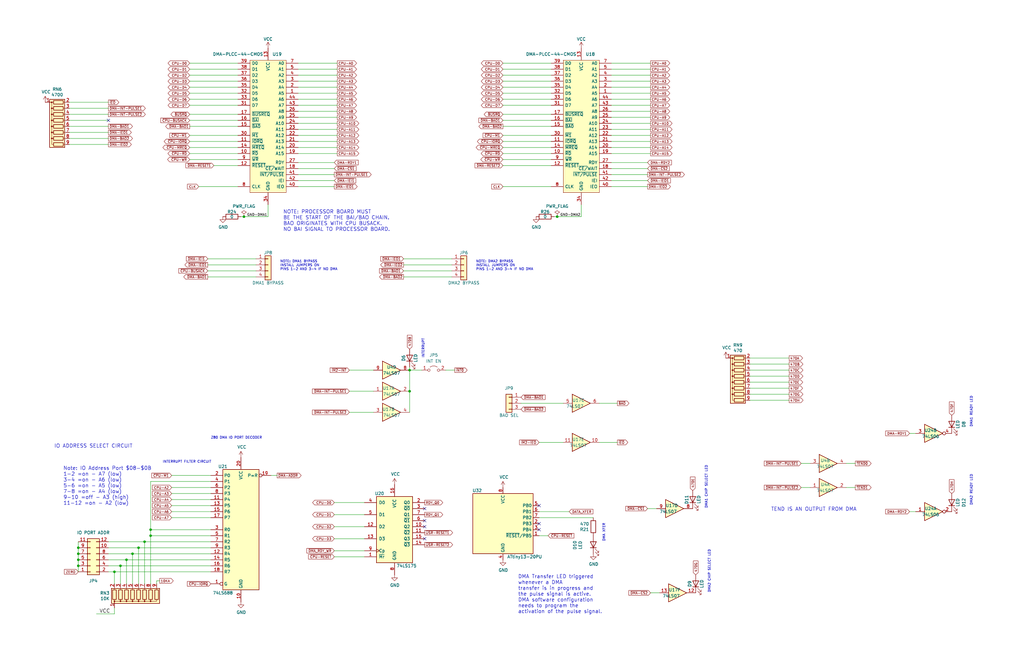
<source format=kicad_sch>
(kicad_sch (version 20211123) (generator eeschema)
  (paper "B")
  (junction (at 33.02 238.76))
  (junction (at 102.87 91.44))
  (junction (at 60.96 228.6))
  (junction (at 55.88 233.68))
  (junction (at 58.42 231.14))
  (junction (at 172.72 156.21))
  (junction (at 33.02 236.22))
  (junction (at 48.26 241.3))
  (junction (at 50.8 238.76))
  (junction (at 63.5 223.52))
  (junction (at 234.95 91.44))
  (junction (at 33.02 233.68))
  (junction (at 63.5 226.06))
  (junction (at 53.34 236.22))
  (junction (at 33.02 231.14))
  (junction (at 172.72 165.1))
  (no_connect (at 227.33 223.52))
  (no_connect (at 227.33 213.36))
  (no_connect (at 45.72 50.8))
  (no_connect (at 179.07 219.71))
  (no_connect (at 179.07 214.63))
  (no_connect (at 179.07 227.33))
  (no_connect (at 227.33 220.98))
  (no_connect (at 179.07 222.25))
  (wire (pts (xy 58.42 231.14) (xy 88.9 231.14)))
  (wire (pts (xy 125.73 49.53) (xy 142.24 49.53)))
  (wire (pts (xy 257.81 78.74) (xy 273.05 78.74)))
  (wire (pts (xy 212.09 64.77) (xy 232.41 64.77)))
  (wire (pts (xy 140.97 227.33) (xy 153.67 227.33)))
  (wire (pts (xy 212.09 53.34) (xy 232.41 53.34)))
  (wire (pts (xy 212.09 62.23) (xy 232.41 62.23)))
  (wire (pts (xy 66.04 245.11) (xy 66.04 246.38)))
  (wire (pts (xy 80.01 50.8) (xy 100.33 50.8)))
  (wire (pts (xy 257.81 41.91) (xy 274.32 41.91)))
  (wire (pts (xy 45.72 238.76) (xy 50.8 238.76)))
  (wire (pts (xy 125.73 62.23) (xy 142.24 62.23)))
  (wire (pts (xy 170.18 116.84) (xy 190.5 116.84)))
  (wire (pts (xy 45.72 241.3) (xy 48.26 241.3)))
  (wire (pts (xy 33.02 236.22) (xy 33.02 238.76)))
  (wire (pts (xy 257.81 73.66) (xy 273.05 73.66)))
  (wire (pts (xy 212.09 69.85) (xy 232.41 69.85)))
  (wire (pts (xy 257.81 26.67) (xy 274.32 26.67)))
  (wire (pts (xy 257.81 52.07) (xy 274.32 52.07)))
  (wire (pts (xy 125.73 41.91) (xy 142.24 41.91)))
  (wire (pts (xy 80.01 48.26) (xy 100.33 48.26)))
  (wire (pts (xy 87.63 109.22) (xy 107.95 109.22)))
  (wire (pts (xy 125.73 31.75) (xy 142.24 31.75)))
  (wire (pts (xy 172.72 156.21) (xy 172.72 154.94)))
  (wire (pts (xy 125.73 68.58) (xy 140.97 68.58)))
  (wire (pts (xy 125.73 64.77) (xy 142.24 64.77)))
  (wire (pts (xy 257.81 64.77) (xy 274.32 64.77)))
  (wire (pts (xy 125.73 44.45) (xy 142.24 44.45)))
  (wire (pts (xy 33.02 231.14) (xy 33.02 228.6)))
  (wire (pts (xy 212.09 44.45) (xy 232.41 44.45)))
  (wire (pts (xy 48.26 246.38) (xy 48.26 241.3)))
  (wire (pts (xy 50.8 238.76) (xy 88.9 238.76)))
  (wire (pts (xy 274.32 250.19) (xy 278.13 250.19)))
  (wire (pts (xy 45.72 231.14) (xy 58.42 231.14)))
  (wire (pts (xy 383.54 215.9) (xy 386.08 215.9)))
  (wire (pts (xy 50.8 246.38) (xy 50.8 238.76)))
  (wire (pts (xy 80.01 34.29) (xy 100.33 34.29)))
  (wire (pts (xy 80.01 31.75) (xy 100.33 31.75)))
  (wire (pts (xy 72.39 218.44) (xy 88.9 218.44)))
  (wire (pts (xy 80.01 26.67) (xy 100.33 26.67)))
  (wire (pts (xy 147.32 173.99) (xy 157.48 173.99)))
  (wire (pts (xy 53.34 246.38) (xy 53.34 236.22)))
  (wire (pts (xy 140.97 232.41) (xy 153.67 232.41)))
  (wire (pts (xy 125.73 59.69) (xy 142.24 59.69)))
  (wire (pts (xy 257.81 68.58) (xy 273.05 68.58)))
  (wire (pts (xy 212.09 26.67) (xy 232.41 26.67)))
  (wire (pts (xy 212.09 78.74) (xy 232.41 78.74)))
  (wire (pts (xy 80.01 67.31) (xy 100.33 67.31)))
  (wire (pts (xy 212.09 39.37) (xy 232.41 39.37)))
  (wire (pts (xy 63.5 246.38) (xy 63.5 226.06)))
  (wire (pts (xy 100.33 59.69) (xy 80.01 59.69)))
  (wire (pts (xy 172.72 165.1) (xy 172.72 173.99)))
  (wire (pts (xy 125.73 46.99) (xy 142.24 46.99)))
  (wire (pts (xy 219.71 170.18) (xy 237.49 170.18)))
  (wire (pts (xy 245.11 91.44) (xy 234.95 91.44)))
  (wire (pts (xy 48.26 259.08) (xy 48.26 256.54)))
  (wire (pts (xy 60.96 228.6) (xy 45.72 228.6)))
  (wire (pts (xy 273.05 214.63) (xy 276.86 214.63)))
  (wire (pts (xy 80.01 41.91) (xy 100.33 41.91)))
  (wire (pts (xy 63.5 226.06) (xy 88.9 226.06)))
  (wire (pts (xy 260.35 186.69) (xy 252.73 186.69)))
  (wire (pts (xy 29.21 43.18) (xy 45.72 43.18)))
  (wire (pts (xy 252.73 170.18) (xy 260.35 170.18)))
  (wire (pts (xy 48.26 241.3) (xy 88.9 241.3)))
  (wire (pts (xy 55.88 246.38) (xy 55.88 233.68)))
  (wire (pts (xy 257.81 59.69) (xy 274.32 59.69)))
  (wire (pts (xy 113.03 91.44) (xy 102.87 91.44)))
  (wire (pts (xy 140.97 217.17) (xy 153.67 217.17)))
  (wire (pts (xy 33.02 233.68) (xy 33.02 231.14)))
  (wire (pts (xy 125.73 29.21) (xy 142.24 29.21)))
  (wire (pts (xy 45.72 233.68) (xy 55.88 233.68)))
  (wire (pts (xy 212.09 41.91) (xy 232.41 41.91)))
  (wire (pts (xy 87.63 116.84) (xy 107.95 116.84)))
  (wire (pts (xy 212.09 50.8) (xy 232.41 50.8)))
  (wire (pts (xy 45.72 236.22) (xy 53.34 236.22)))
  (wire (pts (xy 257.81 49.53) (xy 274.32 49.53)))
  (wire (pts (xy 231.14 226.06) (xy 227.33 226.06)))
  (wire (pts (xy 125.73 26.67) (xy 142.24 26.67)))
  (wire (pts (xy 234.95 91.44) (xy 233.68 91.44)))
  (wire (pts (xy 232.41 59.69) (xy 212.09 59.69)))
  (wire (pts (xy 63.5 223.52) (xy 63.5 226.06)))
  (wire (pts (xy 316.23 166.37) (xy 332.74 166.37)))
  (wire (pts (xy 227.33 218.44) (xy 250.19 218.44)))
  (wire (pts (xy 257.81 71.12) (xy 273.05 71.12)))
  (wire (pts (xy 212.09 36.83) (xy 232.41 36.83)))
  (wire (pts (xy 72.39 200.66) (xy 88.9 200.66)))
  (wire (pts (xy 66.04 245.11) (xy 67.31 245.11)))
  (wire (pts (xy 29.21 45.72) (xy 45.72 45.72)))
  (wire (pts (xy 177.8 156.21) (xy 172.72 156.21)))
  (wire (pts (xy 72.39 210.82) (xy 88.9 210.82)))
  (wire (pts (xy 157.48 156.21) (xy 147.32 156.21)))
  (wire (pts (xy 125.73 73.66) (xy 140.97 73.66)))
  (wire (pts (xy 80.01 36.83) (xy 100.33 36.83)))
  (wire (pts (xy 80.01 62.23) (xy 100.33 62.23)))
  (wire (pts (xy 227.33 186.69) (xy 237.49 186.69)))
  (wire (pts (xy 80.01 64.77) (xy 100.33 64.77)))
  (wire (pts (xy 60.96 246.38) (xy 60.96 228.6)))
  (wire (pts (xy 356.87 195.58) (xy 360.68 195.58)))
  (wire (pts (xy 212.09 48.26) (xy 232.41 48.26)))
  (wire (pts (xy 33.02 233.68) (xy 33.02 236.22)))
  (wire (pts (xy 29.21 48.26) (xy 45.72 48.26)))
  (wire (pts (xy 80.01 44.45) (xy 100.33 44.45)))
  (wire (pts (xy 316.23 158.75) (xy 332.74 158.75)))
  (wire (pts (xy 29.21 60.96) (xy 45.72 60.96)))
  (wire (pts (xy 257.81 54.61) (xy 274.32 54.61)))
  (wire (pts (xy 125.73 52.07) (xy 142.24 52.07)))
  (wire (pts (xy 29.21 50.8) (xy 45.72 50.8)))
  (wire (pts (xy 227.33 215.9) (xy 240.03 215.9)))
  (wire (pts (xy 257.81 57.15) (xy 274.32 57.15)))
  (wire (pts (xy 257.81 46.99) (xy 274.32 46.99)))
  (wire (pts (xy 29.21 58.42) (xy 45.72 58.42)))
  (wire (pts (xy 60.96 228.6) (xy 88.9 228.6)))
  (wire (pts (xy 170.18 111.76) (xy 190.5 111.76)))
  (wire (pts (xy 125.73 39.37) (xy 142.24 39.37)))
  (wire (pts (xy 140.97 234.95) (xy 153.67 234.95)))
  (wire (pts (xy 212.09 31.75) (xy 232.41 31.75)))
  (wire (pts (xy 316.23 153.67) (xy 332.74 153.67)))
  (wire (pts (xy 257.81 39.37) (xy 274.32 39.37)))
  (wire (pts (xy 72.39 205.74) (xy 88.9 205.74)))
  (wire (pts (xy 72.39 215.9) (xy 88.9 215.9)))
  (wire (pts (xy 80.01 29.21) (xy 100.33 29.21)))
  (wire (pts (xy 212.09 34.29) (xy 232.41 34.29)))
  (wire (pts (xy 125.73 54.61) (xy 142.24 54.61)))
  (wire (pts (xy 212.09 67.31) (xy 232.41 67.31)))
  (wire (pts (xy 125.73 78.74) (xy 140.97 78.74)))
  (wire (pts (xy 40.64 259.08) (xy 48.26 259.08)))
  (wire (pts (xy 140.97 212.09) (xy 153.67 212.09)))
  (wire (pts (xy 125.73 57.15) (xy 142.24 57.15)))
  (wire (pts (xy 147.32 165.1) (xy 157.48 165.1)))
  (wire (pts (xy 245.11 86.36) (xy 245.11 91.44)))
  (wire (pts (xy 140.97 222.25) (xy 153.67 222.25)))
  (wire (pts (xy 114.3 200.66) (xy 116.84 200.66)))
  (wire (pts (xy 257.81 36.83) (xy 274.32 36.83)))
  (wire (pts (xy 102.87 91.44) (xy 101.6 91.44)))
  (wire (pts (xy 29.21 53.34) (xy 45.72 53.34)))
  (wire (pts (xy 337.82 195.58) (xy 341.63 195.58)))
  (wire (pts (xy 72.39 208.28) (xy 88.9 208.28)))
  (wire (pts (xy 316.23 163.83) (xy 332.74 163.83)))
  (wire (pts (xy 257.81 76.2) (xy 273.05 76.2)))
  (wire (pts (xy 170.18 114.3) (xy 190.5 114.3)))
  (wire (pts (xy 100.33 57.15) (xy 80.01 57.15)))
  (wire (pts (xy 125.73 71.12) (xy 140.97 71.12)))
  (wire (pts (xy 80.01 53.34) (xy 100.33 53.34)))
  (wire (pts (xy 316.23 151.13) (xy 332.74 151.13)))
  (wire (pts (xy 257.81 62.23) (xy 274.32 62.23)))
  (wire (pts (xy 316.23 168.91) (xy 332.74 168.91)))
  (wire (pts (xy 172.72 156.21) (xy 172.72 165.1)))
  (wire (pts (xy 316.23 156.21) (xy 332.74 156.21)))
  (wire (pts (xy 125.73 36.83) (xy 142.24 36.83)))
  (wire (pts (xy 257.81 44.45) (xy 274.32 44.45)))
  (wire (pts (xy 90.17 69.85) (xy 100.33 69.85)))
  (wire (pts (xy 187.96 156.21) (xy 191.77 156.21)))
  (wire (pts (xy 356.87 205.74) (xy 360.68 205.74)))
  (wire (pts (xy 83.82 78.74) (xy 100.33 78.74)))
  (wire (pts (xy 55.88 233.68) (xy 88.9 233.68)))
  (wire (pts (xy 87.63 111.76) (xy 107.95 111.76)))
  (wire (pts (xy 53.34 236.22) (xy 88.9 236.22)))
  (wire (pts (xy 257.81 29.21) (xy 274.32 29.21)))
  (wire (pts (xy 257.81 31.75) (xy 274.32 31.75)))
  (wire (pts (xy 113.03 86.36) (xy 113.03 91.44)))
  (wire (pts (xy 58.42 246.38) (xy 58.42 231.14)))
  (wire (pts (xy 212.09 29.21) (xy 232.41 29.21)))
  (wire (pts (xy 383.54 182.88) (xy 386.08 182.88)))
  (wire (pts (xy 316.23 161.29) (xy 332.74 161.29)))
  (wire (pts (xy 337.82 205.74) (xy 341.63 205.74)))
  (wire (pts (xy 232.41 57.15) (xy 212.09 57.15)))
  (wire (pts (xy 29.21 55.88) (xy 45.72 55.88)))
  (wire (pts (xy 80.01 39.37) (xy 100.33 39.37)))
  (wire (pts (xy 63.5 203.2) (xy 63.5 223.52)))
  (wire (pts (xy 87.63 114.3) (xy 107.95 114.3)))
  (wire (pts (xy 170.18 109.22) (xy 190.5 109.22)))
  (wire (pts (xy 125.73 34.29) (xy 142.24 34.29)))
  (wire (pts (xy 63.5 223.52) (xy 88.9 223.52)))
  (wire (pts (xy 33.02 238.76) (xy 33.02 241.3)))
  (wire (pts (xy 72.39 213.36) (xy 88.9 213.36)))
  (wire (pts (xy 125.73 76.2) (xy 140.97 76.2)))
  (wire (pts (xy 63.5 203.2) (xy 88.9 203.2)))
  (wire (pts (xy 257.81 34.29) (xy 274.32 34.29)))
  (text "INTERRUPT" (at 179.07 151.13 90) (effects (font (size 1.016 1.016)) (justify left bottom)))
  (text "DMA1 READY LED" (at 410.21 180.34 90) (effects (font (size 1.016 1.016)) (justify left bottom)))
  (text "NOTE: DMA2 BYPASS\nINSTALL JUMPERS ON\nPINS 1-2 AND 3-4 IF NO DMA" (at 200.66 114.3 0) (effects (font (size 1.016 1.016)) (justify left bottom)))
  (text "NOTE: DMA1 BYPASS\nINSTALL JUMPERS ON\nPINS 1-2 AND 3-4 IF NO DMA" (at 118.11 114.3 0) (effects (font (size 1.016 1.016)) (justify left bottom)))
  (text "IO ADDRESS SELECT CIRCUIT" (at 22.86 189.23 0) (effects (font (size 1.524 1.524)) (justify left bottom)))
  (text "DMA Transfer LED triggered \nwhenever a DMA\ntransfer is in progress and\nthe pulse signal is active.\nDMA software configuration\nneeds to program the\nactivation of the pulse signal." (at 218.44 259.08 0) (effects (font (size 1.524 1.524)) (justify left bottom)))
  (text "DMA1 CHIP SELECT LED" (at 298.45 214.63 90) (effects (font (size 1.016 1.016)) (justify left bottom)))
  (text "DMA XFER" (at 255.27 228.6 90) (effects (font (size 1.016 1.016)) (justify left bottom)))
  (text "INTERRUPT FILTER CIRCUIT" (at 68.58 195.58 0) (effects (font (size 1.016 1.016)) (justify left bottom)))
  (text "DMA2 READY LED" (at 410.21 213.36 90) (effects (font (size 1.016 1.016)) (justify left bottom)))
  (text "DMA2 CHIP SELECT LED" (at 299.72 250.19 90) (effects (font (size 1.016 1.016)) (justify left bottom)))
  (text "TEND IS AN OUTPUT FROM DMA" (at 325.12 215.9 0) (effects (font (size 1.524 1.524)) (justify left bottom)))
  (text "NOTE: PROCESSOR BOARD MUST\nBE THE START OF THE BAI/BAO CHAIN.\nBAO ORIGINATES WITH CPU BUSACK.\nNO BAI SIGNAL TO PROCESSOR BOARD." (at 119.38 97.79 0) (effects (font (size 1.524 1.524)) (justify left bottom)))
  (text "Z80 DMA IO PORT DECODER\n" (at 88.9 185.42 0) (effects (font (size 1.016 1.016)) (justify left bottom)))
  (text "Note: IO Address Port $08-$0B\n1-2 =on - A7 (low)\n3-4 =on - A6 (low)\n5-6 =on - A5 (low)\n7-8 =on - A4 (low)\n9-10 =off - A3 (high)\n11-12 =on - A2 (low)" (at 26.67 213.36 0) (effects (font (size 1.524 1.524)) (justify left bottom)))
  (label "VCC" (at 41.91 259.08 0) (effects (font (size 1.524 1.524))))
  (label "GND-DMA2" (at 236.22 91.44 0) (effects (font (size 1.016 1.016))))
  (label "GND-DMA1" (at 104.14 91.44 0) (effects (font (size 1.016 1.016))))
  (global_label "CPU-A3" (shape output) (at 274.32 34.29 0) (effects (font (size 1.016 1.016))) (property "Intersheet References" "${INTERSHEET_REFS}" (effects hide)))
  (global_label "DMA-RDY1" (shape input) (at 383.54 182.88 180) (effects (font (size 1.016 1.016))) (property "Intersheet References" "${INTERSHEET_REFS}" (effects hide)))
  (global_label "~{IEO}" (shape output) (at 260.35 186.69 0) (effects (font (size 1.016 1.016))) (property "Intersheet References" "${INTERSHEET_REFS}" (effects hide)))
  (global_label "~{DMA-BAO1}" (shape input) (at 212.09 50.8 180) (effects (font (size 1.016 1.016))) (property "Intersheet References" "${INTERSHEET_REFS}" (effects hide)))
  (global_label "CPU-A2" (shape output) (at 274.32 31.75 0) (effects (font (size 1.016 1.016))) (property "Intersheet References" "${INTERSHEET_REFS}" (effects hide)))
  (global_label "~{BUSRQ}" (shape bidirectional) (at 80.01 48.26 180) (effects (font (size 1.016 1.016))) (property "Intersheet References" "${INTERSHEET_REFS}" (effects hide)))
  (global_label "DMA-RDY2" (shape input) (at 273.05 68.58 0) (effects (font (size 1.016 1.016))) (property "Intersheet References" "${INTERSHEET_REFS}" (effects hide)))
  (global_label "CPU-A12" (shape output) (at 142.24 57.15 0) (effects (font (size 1.016 1.016))) (property "Intersheet References" "${INTERSHEET_REFS}" (effects hide)))
  (global_label "~{DMA-IEO1}" (shape input) (at 170.18 109.22 180) (effects (font (size 1.016 1.016))) (property "Intersheet References" "${INTERSHEET_REFS}" (effects hide)))
  (global_label "~{CPU-M1}" (shape input) (at 212.09 57.15 180) (effects (font (size 1.016 1.016))) (property "Intersheet References" "${INTERSHEET_REFS}" (effects hide)))
  (global_label "~{CPU-IORQ}" (shape bidirectional) (at 212.09 59.69 180) (effects (font (size 1.016 1.016))) (property "Intersheet References" "${INTERSHEET_REFS}" (effects hide)))
  (global_label "CPU-D2" (shape bidirectional) (at 140.97 222.25 180) (effects (font (size 1.016 1.016))) (property "Intersheet References" "${INTERSHEET_REFS}" (effects hide)))
  (global_label "470F" (shape output) (at 332.74 163.83 0) (effects (font (size 1.016 1.016))) (property "Intersheet References" "${INTERSHEET_REFS}" (effects hide)))
  (global_label "470A" (shape output) (at 332.74 151.13 0) (effects (font (size 1.016 1.016))) (property "Intersheet References" "${INTERSHEET_REFS}" (effects hide)))
  (global_label "~{DMA-CS2}" (shape input) (at 274.32 250.19 180) (effects (font (size 1.016 1.016))) (property "Intersheet References" "${INTERSHEET_REFS}" (effects hide)))
  (global_label "CPU-D1" (shape bidirectional) (at 212.09 29.21 180) (effects (font (size 1.016 1.016))) (property "Intersheet References" "${INTERSHEET_REFS}" (effects hide)))
  (global_label "CPU-A3" (shape input) (at 72.39 208.28 180) (effects (font (size 1.016 1.016))) (property "Intersheet References" "${INTERSHEET_REFS}" (effects hide)))
  (global_label "~{CPU-RD}" (shape bidirectional) (at 212.09 64.77 180) (effects (font (size 1.016 1.016))) (property "Intersheet References" "${INTERSHEET_REFS}" (effects hide)))
  (global_label "~{IM2-INT}" (shape input) (at 147.32 156.21 180) (effects (font (size 1.016 1.016))) (property "Intersheet References" "${INTERSHEET_REFS}" (effects hide)))
  (global_label "470E" (shape output) (at 332.74 161.29 0) (effects (font (size 1.016 1.016))) (property "Intersheet References" "${INTERSHEET_REFS}" (effects hide)))
  (global_label "~{DMA-CS1}" (shape input) (at 273.05 214.63 180) (effects (font (size 1.016 1.016))) (property "Intersheet References" "${INTERSHEET_REFS}" (effects hide)))
  (global_label "CPU-A6" (shape output) (at 274.32 41.91 0) (effects (font (size 1.016 1.016))) (property "Intersheet References" "${INTERSHEET_REFS}" (effects hide)))
  (global_label "CPU-A8" (shape output) (at 274.32 46.99 0) (effects (font (size 1.016 1.016))) (property "Intersheet References" "${INTERSHEET_REFS}" (effects hide)))
  (global_label "~{TEND1}" (shape output) (at 360.68 205.74 0) (effects (font (size 1.016 1.016))) (property "Intersheet References" "${INTERSHEET_REFS}" (effects hide)))
  (global_label "~{DMA-INT-PULSE1}" (shape input) (at 337.82 195.58 180) (effects (font (size 1.016 1.016))) (property "Intersheet References" "${INTERSHEET_REFS}" (effects hide)))
  (global_label "~{CPU-RD}" (shape bidirectional) (at 80.01 64.77 180) (effects (font (size 1.016 1.016))) (property "Intersheet References" "${INTERSHEET_REFS}" (effects hide)))
  (global_label "CPU-A4" (shape output) (at 274.32 36.83 0) (effects (font (size 1.016 1.016))) (property "Intersheet References" "${INTERSHEET_REFS}" (effects hide)))
  (global_label "CPU-D1" (shape bidirectional) (at 80.01 29.21 180) (effects (font (size 1.016 1.016))) (property "Intersheet References" "${INTERSHEET_REFS}" (effects hide)))
  (global_label "CPU-A8" (shape output) (at 142.24 46.99 0) (effects (font (size 1.016 1.016))) (property "Intersheet References" "${INTERSHEET_REFS}" (effects hide)))
  (global_label "~{DMA-BAO2}" (shape output) (at 45.72 58.42 0) (effects (font (size 1.016 1.016))) (property "Intersheet References" "${INTERSHEET_REFS}" (effects hide)))
  (global_label "ZERO" (shape input) (at 33.02 241.3 180) (effects (font (size 1.016 1.016))) (property "Intersheet References" "${INTERSHEET_REFS}" (effects hide)))
  (global_label "~{DMA-INT-PULSE2}" (shape input) (at 147.32 173.99 180) (effects (font (size 1.016 1.016))) (property "Intersheet References" "${INTERSHEET_REFS}" (effects hide)))
  (global_label "CPU-A10" (shape output) (at 274.32 52.07 0) (effects (font (size 1.016 1.016))) (property "Intersheet References" "${INTERSHEET_REFS}" (effects hide)))
  (global_label "~{IEO}" (shape output) (at 45.72 43.18 0) (effects (font (size 1.016 1.016))) (property "Intersheet References" "${INTERSHEET_REFS}" (effects hide)))
  (global_label "CPU-A5" (shape output) (at 142.24 39.37 0) (effects (font (size 1.016 1.016))) (property "Intersheet References" "${INTERSHEET_REFS}" (effects hide)))
  (global_label "~{CPU-M1}" (shape input) (at 80.01 57.15 180) (effects (font (size 1.016 1.016))) (property "Intersheet References" "${INTERSHEET_REFS}" (effects hide)))
  (global_label "CPU-A3" (shape output) (at 142.24 34.29 0) (effects (font (size 1.016 1.016))) (property "Intersheet References" "${INTERSHEET_REFS}" (effects hide)))
  (global_label "~{DMA-CS2}" (shape input) (at 273.05 71.12 0) (effects (font (size 1.016 1.016))) (property "Intersheet References" "${INTERSHEET_REFS}" (effects hide)))
  (global_label "~{DMA-BAO2}" (shape input) (at 219.71 172.72 0) (effects (font (size 1.016 1.016))) (property "Intersheet References" "${INTERSHEET_REFS}" (effects hide)))
  (global_label "CPU-D0" (shape bidirectional) (at 140.97 212.09 180) (effects (font (size 1.016 1.016))) (property "Intersheet References" "${INTERSHEET_REFS}" (effects hide)))
  (global_label "470B" (shape output) (at 332.74 153.67 0) (effects (font (size 1.016 1.016))) (property "Intersheet References" "${INTERSHEET_REFS}" (effects hide)))
  (global_label "CPU-A1" (shape output) (at 142.24 29.21 0) (effects (font (size 1.016 1.016))) (property "Intersheet References" "${INTERSHEET_REFS}" (effects hide)))
  (global_label "~{DMA-IEO1}" (shape output) (at 140.97 78.74 0) (effects (font (size 1.016 1.016))) (property "Intersheet References" "${INTERSHEET_REFS}" (effects hide)))
  (global_label "CPU-A1" (shape output) (at 274.32 29.21 0) (effects (font (size 1.016 1.016))) (property "Intersheet References" "${INTERSHEET_REFS}" (effects hide)))
  (global_label "DATA_XFER" (shape input) (at 240.03 215.9 0) (effects (font (size 1.016 1.016))) (property "Intersheet References" "${INTERSHEET_REFS}" (effects hide)))
  (global_label "~{CPU-IORQ}" (shape bidirectional) (at 80.01 59.69 180) (effects (font (size 1.016 1.016))) (property "Intersheet References" "${INTERSHEET_REFS}" (effects hide)))
  (global_label "DMA-RDY2" (shape input) (at 383.54 215.9 180) (effects (font (size 1.016 1.016))) (property "Intersheet References" "${INTERSHEET_REFS}" (effects hide)))
  (global_label "CPU-A11" (shape output) (at 142.24 54.61 0) (effects (font (size 1.016 1.016))) (property "Intersheet References" "${INTERSHEET_REFS}" (effects hide)))
  (global_label "CPU-D4" (shape bidirectional) (at 212.09 36.83 180) (effects (font (size 1.016 1.016))) (property "Intersheet References" "${INTERSHEET_REFS}" (effects hide)))
  (global_label "CPU-A2" (shape output) (at 142.24 31.75 0) (effects (font (size 1.016 1.016))) (property "Intersheet References" "${INTERSHEET_REFS}" (effects hide)))
  (global_label "RDY_Q0" (shape output) (at 179.07 212.09 0) (effects (font (size 1.016 1.016))) (property "Intersheet References" "${INTERSHEET_REFS}" (effects hide)))
  (global_label "~{CPU-BUSACK}" (shape input) (at 87.63 114.3 180) (effects (font (size 1.016 1.016))) (property "Intersheet References" "${INTERSHEET_REFS}" (effects hide)))
  (global_label "CPU-D0" (shape bidirectional) (at 80.01 26.67 180) (effects (font (size 1.016 1.016))) (property "Intersheet References" "${INTERSHEET_REFS}" (effects hide)))
  (global_label "~{USR-RESET1}" (shape output) (at 179.07 224.79 0) (effects (font (size 1.016 1.016))) (property "Intersheet References" "${INTERSHEET_REFS}" (effects hide)))
  (global_label "CPU-D3" (shape bidirectional) (at 212.09 34.29 180) (effects (font (size 1.016 1.016))) (property "Intersheet References" "${INTERSHEET_REFS}" (effects hide)))
  (global_label "~{BUSRQ}" (shape bidirectional) (at 212.09 48.26 180) (effects (font (size 1.016 1.016))) (property "Intersheet References" "${INTERSHEET_REFS}" (effects hide)))
  (global_label "CPU-A14" (shape output) (at 274.32 62.23 0) (effects (font (size 1.016 1.016))) (property "Intersheet References" "${INTERSHEET_REFS}" (effects hide)))
  (global_label "~{DMA-RESET1}" (shape input) (at 90.17 69.85 180) (effects (font (size 1.016 1.016))) (property "Intersheet References" "${INTERSHEET_REFS}" (effects hide)))
  (global_label "~{CPU-MREQ}" (shape bidirectional) (at 212.09 62.23 180) (effects (font (size 1.016 1.016))) (property "Intersheet References" "${INTERSHEET_REFS}" (effects hide)))
  (global_label "CPU-A9" (shape output) (at 274.32 49.53 0) (effects (font (size 1.016 1.016))) (property "Intersheet References" "${INTERSHEET_REFS}" (effects hide)))
  (global_label "~{CPU-IORQ}" (shape input) (at 88.9 246.38 180) (effects (font (size 1.016 1.016))) (property "Intersheet References" "${INTERSHEET_REFS}" (effects hide)))
  (global_label "~{DMA-BAO1}" (shape output) (at 80.01 53.34 180) (effects (font (size 1.016 1.016))) (property "Intersheet References" "${INTERSHEET_REFS}" (effects hide)))
  (global_label "CPU-A15" (shape output) (at 142.24 64.77 0) (effects (font (size 1.016 1.016))) (property "Intersheet References" "${INTERSHEET_REFS}" (effects hide)))
  (global_label "~{DMA-IEO2}" (shape output) (at 170.18 111.76 180) (effects (font (size 1.016 1.016))) (property "Intersheet References" "${INTERSHEET_REFS}" (effects hide)))
  (global_label "CPU-A12" (shape output) (at 274.32 57.15 0) (effects (font (size 1.016 1.016))) (property "Intersheet References" "${INTERSHEET_REFS}" (effects hide)))
  (global_label "CPU-A7" (shape output) (at 142.24 44.45 0) (effects (font (size 1.016 1.016))) (property "Intersheet References" "${INTERSHEET_REFS}" (effects hide)))
  (global_label "470D" (shape output) (at 332.74 158.75 0) (effects (font (size 1.016 1.016))) (property "Intersheet References" "${INTERSHEET_REFS}" (effects hide)))
  (global_label "CPU-D6" (shape bidirectional) (at 80.01 41.91 180) (effects (font (size 1.016 1.016))) (property "Intersheet References" "${INTERSHEET_REFS}" (effects hide)))
  (global_label "~{BAO}" (shape output) (at 260.35 170.18 0) (effects (font (size 1.016 1.016))) (property "Intersheet References" "${INTERSHEET_REFS}" (effects hide)))
  (global_label "CPU-A15" (shape output) (at 274.32 64.77 0) (effects (font (size 1.016 1.016))) (property "Intersheet References" "${INTERSHEET_REFS}" (effects hide)))
  (global_label "~{DMA-BAO1}" (shape output) (at 87.63 116.84 180) (effects (font (size 1.016 1.016))) (property "Intersheet References" "${INTERSHEET_REFS}" (effects hide)))
  (global_label "470G" (shape output) (at 332.74 166.37 0) (effects (font (size 1.016 1.016))) (property "Intersheet References" "${INTERSHEET_REFS}" (effects hide)))
  (global_label "~{CPU-WR}" (shape bidirectional) (at 212.09 67.31 180) (effects (font (size 1.016 1.016))) (property "Intersheet References" "${INTERSHEET_REFS}" (effects hide)))
  (global_label "~{DMA-BAO2}" (shape output) (at 212.09 53.34 180) (effects (font (size 1.016 1.016))) (property "Intersheet References" "${INTERSHEET_REFS}" (effects hide)))
  (global_label "RDY_Q1" (shape output) (at 179.07 217.17 0) (effects (font (size 1.016 1.016))) (property "Intersheet References" "${INTERSHEET_REFS}" (effects hide)))
  (global_label "~{CPU-M1}" (shape input) (at 72.39 200.66 180) (effects (font (size 1.016 1.016))) (property "Intersheet References" "${INTERSHEET_REFS}" (effects hide)))
  (global_label "CPU-A6" (shape input) (at 72.39 215.9 180) (effects (font (size 1.016 1.016))) (property "Intersheet References" "${INTERSHEET_REFS}" (effects hide)))
  (global_label "CPU-A10" (shape output) (at 142.24 52.07 0) (effects (font (size 1.016 1.016))) (property "Intersheet References" "${INTERSHEET_REFS}" (effects hide)))
  (global_label "~{DMA-IEO1}" (shape output) (at 45.72 55.88 0) (effects (font (size 1.016 1.016))) (property "Intersheet References" "${INTERSHEET_REFS}" (effects hide)))
  (global_label "~{DMA-BAO1}" (shape input) (at 170.18 114.3 180) (effects (font (size 1.016 1.016))) (property "Intersheet References" "${INTERSHEET_REFS}" (effects hide)))
  (global_label "470G" (shape input) (at 293.37 242.57 90) (effects (font (size 1.016 1.016))) (property "Intersheet References" "${INTERSHEET_REFS}" (effects hide)))
  (global_label "CPU-D6" (shape bidirectional) (at 212.09 41.91 180) (effects (font (size 1.016 1.016))) (property "Intersheet References" "${INTERSHEET_REFS}" (effects hide)))
  (global_label "470E" (shape input) (at 292.1 207.01 90) (effects (font (size 1.016 1.016))) (property "Intersheet References" "${INTERSHEET_REFS}" (effects hide)))
  (global_label "CPU-D7" (shape bidirectional) (at 212.09 44.45 180) (effects (font (size 1.016 1.016))) (property "Intersheet References" "${INTERSHEET_REFS}" (effects hide)))
  (global_label "~{TEND0}" (shape output) (at 360.68 195.58 0) (effects (font (size 1.016 1.016))) (property "Intersheet References" "${INTERSHEET_REFS}" (effects hide)))
  (global_label "CPU-A7" (shape output) (at 274.32 44.45 0) (effects (font (size 1.016 1.016))) (property "Intersheet References" "${INTERSHEET_REFS}" (effects hide)))
  (global_label "CPU-D3" (shape bidirectional) (at 80.01 34.29 180) (effects (font (size 1.016 1.016))) (property "Intersheet References" "${INTERSHEET_REFS}" (effects hide)))
  (global_label "CPU-D4" (shape bidirectional) (at 80.01 36.83 180) (effects (font (size 1.016 1.016))) (property "Intersheet References" "${INTERSHEET_REFS}" (effects hide)))
  (global_label "10KA" (shape output) (at 67.31 245.11 0) (effects (font (size 1.016 1.016))) (property "Intersheet References" "${INTERSHEET_REFS}" (effects hide)))
  (global_label "CPU-A11" (shape output) (at 274.32 54.61 0) (effects (font (size 1.016 1.016))) (property "Intersheet References" "${INTERSHEET_REFS}" (effects hide)))
  (global_label "CPU-D1" (shape bidirectional) (at 140.97 217.17 180) (effects (font (size 1.016 1.016))) (property "Intersheet References" "${INTERSHEET_REFS}" (effects hide)))
  (global_label "CPU-D5" (shape bidirectional) (at 212.09 39.37 180) (effects (font (size 1.016 1.016))) (property "Intersheet References" "${INTERSHEET_REFS}" (effects hide)))
  (global_label "~{INT0}" (shape output) (at 191.77 156.21 0) (effects (font (size 1.016 1.016))) (property "Intersheet References" "${INTERSHEET_REFS}" (effects hide)))
  (global_label "~{DMA-INT-PULSE2}" (shape output) (at 273.05 73.66 0) (effects (font (size 1.016 1.016))) (property "Intersheet References" "${INTERSHEET_REFS}" (effects hide)))
  (global_label "~{DMA-IEO2}" (shape output) (at 45.72 60.96 0) (effects (font (size 1.016 1.016))) (property "Intersheet References" "${INTERSHEET_REFS}" (effects hide)))
  (global_label "470F" (shape input) (at 401.32 175.26 90) (effects (font (size 1.016 1.016))) (property "Intersheet References" "${INTERSHEET_REFS}" (effects hide)))
  (global_label "CPU-D0" (shape bidirectional) (at 212.09 26.67 180) (effects (font (size 1.016 1.016))) (property "Intersheet References" "${INTERSHEET_REFS}" (effects hide)))
  (global_label "~{DMA-CS1}" (shape input) (at 140.97 71.12 0) (effects (font (size 1.016 1.016))) (property "Intersheet References" "${INTERSHEET_REFS}" (effects hide)))
  (global_label "~{DMA-INT-PULSE1}" (shape input) (at 147.32 165.1 180) (effects (font (size 1.016 1.016))) (property "Intersheet References" "${INTERSHEET_REFS}" (effects hide)))
  (global_label "~{IM2-IEO}" (shape input) (at 227.33 186.69 180) (effects (font (size 1.016 1.016))) (property "Intersheet References" "${INTERSHEET_REFS}" (effects hide)))
  (global_label "DMA-RDY1" (shape input) (at 140.97 68.58 0) (effects (font (size 1.016 1.016))) (property "Intersheet References" "${INTERSHEET_REFS}" (effects hide)))
  (global_label "~{DMA-IEO1}" (shape output) (at 87.63 111.76 180) (effects (font (size 1.016 1.016))) (property "Intersheet References" "${INTERSHEET_REFS}" (effects hide)))
  (global_label "470B" (shape input) (at 172.72 147.32 90) (effects (font (size 1.016 1.016))) (property "Intersheet References" "${INTERSHEET_REFS}" (effects hide)))
  (global_label "CPU-A0" (shape output) (at 274.32 26.67 0) (effects (font (size 1.016 1.016))) (property "Intersheet References" "${INTERSHEET_REFS}" (effects hide)))
  (global_label "~{CPU-RESET}" (shape input) (at 231.14 226.06 0) (effects (font (size 1.016 1.016))) (property "Intersheet References" "${INTERSHEET_REFS}" (effects hide)))
  (global_label "~{DMA-INT-PULSE2}" (shape input) (at 337.82 205.74 180) (effects (font (size 1.016 1.016))) (property "Intersheet References" "${INTERSHEET_REFS}" (effects hide)))
  (global_label "CLK" (shape input) (at 212.09 78.74 180) (effects (font (size 1.016 1.016))) (property "Intersheet References" "${INTERSHEET_REFS}" (effects hide)))
  (global_label "~{DMA-RESET2}" (shape input) (at 212.09 69.85 180) (effects (font (size 1.016 1.016))) (property "Intersheet References" "${INTERSHEET_REFS}" (effects hide)))
  (global_label "CPU-A2" (shape input) (at 72.39 205.74 180) (effects (font (size 1.016 1.016))) (property "Intersheet References" "${INTERSHEET_REFS}" (effects hide)))
  (global_label "~{DMA-IEI1}" (shape input) (at 140.97 76.2 0) (effects (font (size 1.016 1.016))) (property "Intersheet References" "${INTERSHEET_REFS}" (effects hide)))
  (global_label "CPU-A7" (shape input) (at 72.39 218.44 180) (effects (font (size 1.016 1.016))) (property "Intersheet References" "${INTERSHEET_REFS}" (effects hide)))
  (global_label "CPU-A9" (shape output) (at 142.24 49.53 0) (effects (font (size 1.016 1.016))) (property "Intersheet References" "${INTERSHEET_REFS}" (effects hide)))
  (global_label "CPU-A5" (shape output) (at 274.32 39.37 0) (effects (font (size 1.016 1.016))) (property "Intersheet References" "${INTERSHEET_REFS}" (effects hide)))
  (global_label "~{DMA-IEO1}" (shape input) (at 273.05 76.2 0) (effects (font (size 1.016 1.016))) (property "Intersheet References" "${INTERSHEET_REFS}" (effects hide)))
  (global_label "~{DMA-IEI1}" (shape input) (at 87.63 109.22 180) (effects (font (size 1.016 1.016))) (property "Intersheet References" "${INTERSHEET_REFS}" (effects hide)))
  (global_label "~{DMA-BAO2}" (shape output) (at 170.18 116.84 180) (effects (font (size 1.016 1.016))) (property "Intersheet References" "${INTERSHEET_REFS}" (effects hide)))
  (global_label "~{DMA-IEO2}" (shape output) (at 273.05 78.74 0) (effects (font (size 1.016 1.016))) (property "Intersheet References" "${INTERSHEET_REFS}" (effects hide)))
  (global_label "CPU-A0" (shape output) (at 142.24 26.67 0) (effects (font (size 1.016 1.016))) (property "Intersheet References" "${INTERSHEET_REFS}" (effects hide)))
  (global_label "CPU-A5" (shape input) (at 72.39 213.36 180) (effects (font (size 1.016 1.016))) (property "Intersheet References" "${INTERSHEET_REFS}" (effects hide)))
  (global_label "470H" (shape input) (at 401.32 208.28 90) (effects (font (size 1.016 1.016))) (property "Intersheet References" "${INTERSHEET_REFS}" (effects hide)))
  (global_label "CPU-A6" (shape output) (at 142.24 41.91 0) (effects (font (size 1.016 1.016))) (property "Intersheet References" "${INTERSHEET_REFS}" (effects hide)))
  (global_label "~{CPU-WR}" (shape bidirectional) (at 80.01 67.31 180) (effects (font (size 1.016 1.016))) (property "Intersheet References" "${INTERSHEET_REFS}" (effects hide)))
  (global_label "CLK" (shape input) (at 83.82 78.74 180) (effects (font (size 1.016 1.016))) (property "Intersheet References" "${INTERSHEET_REFS}" (effects hide)))
  (global_label "~{DMA-INT-PULSE1}" (shape output) (at 140.97 73.66 0) (effects (font (size 1.016 1.016))) (property "Intersheet References" "${INTERSHEET_REFS}" (effects hide)))
  (global_label "CPU-A13" (shape output) (at 274.32 59.69 0) (effects (font (size 1.016 1.016))) (property "Intersheet References" "${INTERSHEET_REFS}" (effects hide)))
  (global_label "~{DMA-BAO1}" (shape input) (at 219.71 167.64 0) (effects (font (size 1.016 1.016))) (property "Intersheet References" "${INTERSHEET_REFS}" (effects hide)))
  (global_label "~{CPU-BUSACK}" (shape input) (at 80.01 50.8 180) (effects (font (size 1.016 1.016))) (property "Intersheet References" "${INTERSHEET_REFS}" (effects hide)))
  (global_label "~{CPU-MREQ}" (shape bidirectional) (at 80.01 62.23 180) (effects (font (size 1.016 1.016))) (property "Intersheet References" "${INTERSHEET_REFS}" (effects hide)))
  (global_label "CPU-D3" (shape bidirectional) (at 140.97 227.33 180) (effects (font (size 1.016 1.016))) (property "Intersheet References" "${INTERSHEET_REFS}" (effects hide)))
  (global_label "470H" (shape output) (at 332.74 168.91 0) (effects (font (size 1.016 1.016))) (property "Intersheet References" "${INTERSHEET_REFS}" (effects hide)))
  (global_label "CPU-D2" (shape bidirectional) (at 212.09 31.75 180) (effects (font (size 1.016 1.016))) (property "Intersheet References" "${INTERSHEET_REFS}" (effects hide)))
  (global_label "CPU-A13" (shape output) (at 142.24 59.69 0) (effects (font (size 1.016 1.016))) (property "Intersheet References" "${INTERSHEET_REFS}" (effects hide)))
  (global_label "~{DMA-ADDR}" (shape output) (at 116.84 200.66 0) (effects (font (size 1.016 1.016))) (property "Intersheet References" "${INTERSHEET_REFS}" (effects hide)))
  (global_label "CPU-A4" (shape output) (at 142.24 36.83 0) (effects (font (size 1.016 1.016))) (property "Intersheet References" "${INTERSHEET_REFS}" (effects hide)))
  (global_label "~{DMA_RDY_WR}" (shape input) (at 140.97 232.41 180) (effects (font (size 1.016 1.016))) (property "Intersheet References" "${INTERSHEET_REFS}" (effects hide)))
  (global_label "~{DMA-INT-PULSE2}" (shape output) (at 45.72 48.26 0) (effects (font (size 1.016 1.016))) (property "Intersheet References" "${INTERSHEET_REFS}" (effects hide)))
  (global_label "CPU-D2" (shape bidirectional) (at 80.01 31.75 180) (effects (font (size 1.016 1.016))) (property "Intersheet References" "${INTERSHEET_REFS}" (effects hide)))
  (global_label "CPU-A14" (shape output) (at 142.24 62.23 0) (effects (font (size 1.016 1.016))) (property "Intersheet References" "${INTERSHEET_REFS}" (effects hide)))
  (global_label "~{DMA-BAO1}" (shape output) (at 45.72 53.34 0) (effects (font (size 1.016 1.016))) (property "Intersheet References" "${INTERSHEET_REFS}" (effects hide)))
  (global_label "~{CPU-RESET}" (shape input) (at 140.97 234.95 180) (effects (font (size 1.016 1.016))) (property "Intersheet References" "${INTERSHEET_REFS}" (effects hide)))
  (global_label "CPU-D5" (shape bidirectional) (at 80.01 39.37 180) (effects (font (size 1.016 1.016))) (property "Intersheet References" "${INTERSHEET_REFS}" (effects hide)))
  (global_label "470C" (shape output) (at 332.74 156.21 0) (effects (font (size 1.016 1.016))) (property "Intersheet References" "${INTERSHEET_REFS}" (effects hide)))
  (global_label "CPU-A4" (shape input) (at 72.39 210.82 180) (effects (font (size 1.016 1.016))) (property "Intersheet References" "${INTERSHEET_REFS}" (effects hide)))
  (global_label "~{USR-RESET2}" (shape output) (at 179.07 229.87 0) (effects (font (size 1.016 1.016))) (property "Intersheet References" "${INTERSHEET_REFS}" (effects hide)))
  (global_label "CPU-D7" (shape bidirectional) (at 80.01 44.45 180) (effects (font (size 1.016 1.016))) (property "Intersheet References" "${INTERSHEET_REFS}" (effects hide)))
  (global_label "~{DMA-INT-PULSE1}" (shape output) (at 45.72 45.72 0) (effects (font (size 1.016 1.016))) (property "Intersheet References" "${INTERSHEET_REFS}" (effects hide)))
  (symbol (lib_id "MCU_Microchip_ATtiny:ATtiny13-20P") (at 212.09 220.98 0) (unit 1)
    (property "Reference" "U32" (at 203.2 207.01 0) (effects (justify right)))
    (property "Value" "ATtiny13-20PU" (at 228.6 234.95 0) (effects (justify right)))
    (property "Footprint" "Package_DIP:DIP-8_W7.62mm" (effects hide))
    (property "Datasheet" "http://ww1.microchip.com/downloads/en/DeviceDoc/doc2535.pdf" (effects hide))
  )
  (symbol (lib_id "power:VCC") (at 212.09 205.74 0) (unit 1)
    (property "Reference" "#PWR067" (effects hide))
    (property "Value" "VCC" (at 212.5218 201.3458 0))
  )
  (symbol (lib_id "power:GND") (at 212.09 236.22 0) (unit 1)
    (property "Reference" "#PWR073" (effects hide))
    (property "Value" "GND" (at 212.217 240.6142 0))
  )
  (symbol (lib_id "Device:LED") (at 250.19 229.87 90) (unit 1)
    (property "Reference" "D10" (at 242.3922 230.0478 0))
    (property "Value" "LED" (at 244.7036 230.0478 0))
    (property "Footprint" "LED_THT:LED_D3.0mm_Horizontal_O3.81mm_Z2.0mm" (effects hide))
  )
  (symbol (lib_id "Device:R") (at 250.19 222.25 180) (unit 1)
    (property "Reference" "R21" (at 248.412 223.4184 0) (effects (justify left)))
    (property "Value" "470" (at 248.412 221.107 0) (effects (justify left)))
    (property "Footprint" "Resistor_THT:R_Axial_DIN0207_L6.3mm_D2.5mm_P7.62mm_Horizontal" (effects hide))
  )
  (symbol (lib_id "74xx:74LS07") (at 165.1 156.21 0) (unit 4)
    (property "Reference" "U4" (at 165.1 154.94 0))
    (property "Value" "74LS07" (at 165.1 157.48 0))
    (property "Footprint" "Package_DIP:DIP-14_W7.62mm" (effects hide))
    (property "Datasheet" "www.ti.com/lit/ds/symlink/sn74ls07.pdf" (effects hide))
  )
  (symbol (lib_id "power:GND") (at 250.19 233.68 0) (unit 1)
    (property "Reference" "#PWR072" (effects hide))
    (property "Value" "GND" (at 250.317 238.0742 0))
  )
  (symbol (lib_id "Device:LED") (at 172.72 151.13 90) (unit 1)
    (property "Reference" "D6" (at 170.18 151.13 0))
    (property "Value" "LED" (at 175.26 151.13 0))
    (property "Footprint" "LED_THT:LED_D3.0mm_Horizontal_O3.81mm_Z2.0mm" (effects hide))
  )
  (symbol (lib_id "Connector_Generic:Conn_02x06_Odd_Even") (at 38.1 236.22 0) (mirror x) (unit 1)
    (property "Reference" "JP4" (at 39.37 245.11 0))
    (property "Value" "IO PORT ADDR" (at 39.37 224.79 0))
    (property "Footprint" "Connector_PinHeader_2.54mm:PinHeader_2x06_P2.54mm_Vertical" (effects hide))
  )
  (symbol (lib_id "74xx:74LS688") (at 101.6 223.52 0) (unit 1)
    (property "Reference" "U21" (at 93.98 196.85 0))
    (property "Value" "74LS688" (at 93.98 250.19 0))
    (property "Footprint" "Package_DIP:DIP-20_W7.62mm" (effects hide))
    (property "Datasheet" "http://www.ti.com/lit/gpn/sn74LS688" (effects hide))
  )
  (symbol (lib_id "power:VCC") (at 101.6 193.04 0) (unit 1)
    (property "Reference" "#PWR0101" (effects hide))
    (property "Value" "VCC" (at 101.981 188.6458 0))
  )
  (symbol (lib_id "power:GND") (at 101.6 254 0) (unit 1)
    (property "Reference" "#PWR0103" (effects hide))
    (property "Value" "GND" (at 101.727 258.3942 0))
  )
  (symbol (lib_id "Device:R_Network08") (at 58.42 251.46 0) (mirror x) (unit 1)
    (property "Reference" "RN3" (at 46.228 250.2916 0) (effects (justify right)))
    (property "Value" "10K" (at 46.228 252.603 0) (effects (justify right)))
    (property "Footprint" "Resistor_THT:R_Array_SIP9" (effects hide))
    (property "Datasheet" "http://www.vishay.com/docs/31509/csc.pdf" (effects hide))
  )
  (symbol (lib_id "Zilog_Z80_Peripherals:DMA-PLCC-44-CMOS") (at 105.41 25.4 0) (unit 1)
    (property "Reference" "U19" (at 116.84 22.86 0))
    (property "Value" "DMA-PLCC-44-CMOS" (at 100.33 22.86 0))
    (property "Footprint" "Package_LCC:PLCC-44_THT-Socket" (effects hide))
    (property "Description" "6 MHZ Z80 CMOS SIO/2 , Z84C4206PEG Zilog Z84C4206PEG, 8bit Z8 Microcontroller, 6MHz ROMLess, 40-Pin PDIP" (effects hide))
    (property "Height" "4.06" (effects hide))
    (property "Manufacturer_Name" "Zilog" (effects hide))
    (property "Manufacturer_Part_Number" "Z84C4206PEG" (effects hide))
    (property "Mouser Part Number" "692-Z84C4206PEG" (effects hide))
    (property "Mouser Price/Stock" "https://www.mouser.com/Search/Refine.aspx?Keyword=692-Z84C4206PEG" (effects hide))
    (property "RS Part Number" "6600766" (effects hide))
    (property "RS Price/Stock" "https://uk.rs-online.com/web/p/products/6600766" (effects hide))
    (property "Allied_Number" "R1000052" (effects hide))
    (property "Allied Price/Stock" "https://www.alliedelec.com/zilog-z84c4206peg/R1000052/" (effects hide))
  )
  (symbol (lib_id "power:VCC") (at 19.05 43.18 0) (unit 1)
    (property "Reference" "#PWR0151" (effects hide))
    (property "Value" "VCC" (at 19.431 38.7858 0))
  )
  (symbol (lib_id "Device:R_Network08") (at 24.13 53.34 90) (mirror x) (unit 1)
    (property "Reference" "RN6" (at 24.13 37.6682 90))
    (property "Value" "4700" (at 24.13 39.9796 90))
    (property "Footprint" "Resistor_THT:R_Array_SIP9" (effects hide))
    (property "Datasheet" "http://www.vishay.com/docs/31509/csc.pdf" (effects hide))
  )
  (symbol (lib_id "Connector_Generic:Conn_01x04") (at 113.03 111.76 0) (unit 1)
    (property "Reference" "JP8" (at 113.03 106.68 0))
    (property "Value" "DMA1 BYPASS" (at 113.03 119.38 0))
    (property "Footprint" "Connector_PinHeader_2.54mm:PinHeader_1x04_P2.54mm_Vertical" (effects hide))
  )
  (symbol (lib_id "Connector_Generic:Conn_01x03") (at 214.63 170.18 0) (mirror y) (unit 1)
    (property "Reference" "JP9" (at 214.63 163.83 0))
    (property "Value" "BAO SEL" (at 214.63 175.26 0))
    (property "Footprint" "Connector_PinHeader_2.54mm:PinHeader_1x03_P2.54mm_Vertical" (effects hide))
  )
  (symbol (lib_id "74xx:SN74LS07N") (at 245.11 186.69 0) (unit 5)
    (property "Reference" "U17" (at 243.84 185.42 0))
    (property "Value" "74LS07" (at 243.84 187.96 0))
    (property "Footprint" "Package_DIP:DIP-14_W7.62mm" (effects hide))
    (property "Datasheet" "www.ti.com/lit/ds/symlink/sn74ls07.pdf" (effects hide))
  )
  (symbol (lib_id "power:VCC") (at 113.03 20.32 0) (unit 1)
    (property "Reference" "#PWR013" (effects hide))
    (property "Value" "VCC" (at 113.03 16.51 0))
  )
  (symbol (lib_id "Zilog_Z80_Peripherals:DMA-PLCC-44-CMOS") (at 237.49 25.4 0) (unit 1)
    (property "Reference" "U18" (at 248.92 22.86 0))
    (property "Value" "DMA-PLCC-44-CMOS" (at 232.41 22.86 0))
    (property "Footprint" "Package_LCC:PLCC-44_THT-Socket" (effects hide))
    (property "Description" "6 MHZ Z80 CMOS SIO/2 , Z84C4206PEG Zilog Z84C4206PEG, 8bit Z8 Microcontroller, 6MHz ROMLess, 40-Pin PDIP" (effects hide))
    (property "Height" "4.06" (effects hide))
    (property "Manufacturer_Name" "Zilog" (effects hide))
    (property "Manufacturer_Part_Number" "Z84C4206PEG" (effects hide))
    (property "Mouser Part Number" "692-Z84C4206PEG" (effects hide))
    (property "Mouser Price/Stock" "https://www.mouser.com/Search/Refine.aspx?Keyword=692-Z84C4206PEG" (effects hide))
    (property "RS Part Number" "6600766" (effects hide))
    (property "RS Price/Stock" "https://uk.rs-online.com/web/p/products/6600766" (effects hide))
    (property "Allied_Number" "R1000052" (effects hide))
    (property "Allied Price/Stock" "https://www.alliedelec.com/zilog-z84c4206peg/R1000052/" (effects hide))
  )
  (symbol (lib_id "power:VCC") (at 245.11 20.32 0) (unit 1)
    (property "Reference" "#PWR032" (effects hide))
    (property "Value" "VCC" (at 245.11 16.51 0))
  )
  (symbol (lib_id "power:GND") (at 93.98 91.44 0) (unit 1)
    (property "Reference" "#PWR021" (effects hide))
    (property "Value" "GND" (at 94.107 95.8342 0))
  )
  (symbol (lib_id "power:VCC") (at 306.07 151.13 0) (unit 1)
    (property "Reference" "#PWR0107" (effects hide))
    (property "Value" "VCC" (at 306.451 146.7358 0))
  )
  (symbol (lib_id "Device:R_Network08") (at 311.15 161.29 90) (mirror x) (unit 1)
    (property "Reference" "RN9" (at 311.15 145.6182 90))
    (property "Value" "470" (at 311.15 147.9296 90))
    (property "Footprint" "Resistor_THT:R_Array_SIP9" (effects hide))
    (property "Datasheet" "http://www.vishay.com/docs/31509/csc.pdf" (effects hide))
  )
  (symbol (lib_id "Connector_Generic:Conn_01x04") (at 195.58 111.76 0) (unit 1)
    (property "Reference" "JP6" (at 195.58 106.68 0))
    (property "Value" "DMA2 BYPASS" (at 195.58 119.38 0))
    (property "Footprint" "Connector_PinHeader_2.54mm:PinHeader_1x04_P2.54mm_Vertical" (effects hide))
  )
  (symbol (lib_id "Device:LED") (at 293.37 246.38 90) (unit 1)
    (property "Reference" "D9" (at 290.83 246.38 0))
    (property "Value" "LED" (at 295.91 246.38 0))
    (property "Footprint" "LED_THT:LED_D3.0mm_Horizontal_O3.81mm_Z2.0mm" (effects hide))
  )
  (symbol (lib_id "Device:LED") (at 292.1 210.82 90) (unit 1)
    (property "Reference" "D11" (at 289.56 210.82 0))
    (property "Value" "LED" (at 294.64 210.82 0))
    (property "Footprint" "LED_THT:LED_D3.0mm_Horizontal_O3.81mm_Z2.0mm" (effects hide))
  )
  (symbol (lib_id "Device:R") (at 97.79 91.44 90) (unit 1)
    (property "Reference" "R24" (at 97.79 89.408 90))
    (property "Value" "0" (at 97.79 91.44 90))
    (property "Footprint" "Resistor_THT:R_Axial_DIN0207_L6.3mm_D2.5mm_P7.62mm_Horizontal" (effects hide))
  )
  (symbol (lib_id "power:PWR_FLAG") (at 102.87 91.44 0) (unit 1)
    (property "Reference" "#FLG0101" (effects hide))
    (property "Value" "PWR_FLAG" (at 102.87 87.0458 0))
  )
  (symbol (lib_id "power:GND") (at 226.06 91.44 0) (unit 1)
    (property "Reference" "#PWR0102" (effects hide))
    (property "Value" "GND" (at 226.187 95.8342 0))
  )
  (symbol (lib_id "Device:R") (at 229.87 91.44 90) (unit 1)
    (property "Reference" "R26" (at 229.87 89.408 90))
    (property "Value" "0" (at 229.87 91.44 90))
    (property "Footprint" "Resistor_THT:R_Axial_DIN0207_L6.3mm_D2.5mm_P7.62mm_Horizontal" (effects hide))
  )
  (symbol (lib_id "power:PWR_FLAG") (at 234.95 91.44 0) (unit 1)
    (property "Reference" "#FLG0102" (effects hide))
    (property "Value" "PWR_FLAG" (at 234.95 87.0458 0))
  )
  (symbol (lib_id "Device:LED") (at 401.32 212.09 90) (unit 1)
    (property "Reference" "D12" (at 406.4 212.09 0))
    (property "Value" "LED" (at 403.86 212.09 0))
    (property "Footprint" "LED_THT:LED_D3.0mm_Horizontal_O3.81mm_Z2.0mm" (effects hide))
  )
  (symbol (lib_id "74xx:74LS06") (at 393.7 182.88 0) (unit 2)
    (property "Reference" "U24" (at 392.43 181.61 0))
    (property "Value" "74LS06" (at 392.43 184.15 0))
    (property "Datasheet" "http://www.ti.com/lit/gpn/sn74LS06" (effects hide))
  )
  (symbol (lib_id "74xx:74LS06") (at 393.7 215.9 0) (unit 1)
    (property "Reference" "U24" (at 392.43 214.63 0))
    (property "Value" "74LS06" (at 392.43 217.17 0))
    (property "Datasheet" "http://www.ti.com/lit/gpn/sn74LS06" (effects hide))
  )
  (symbol (lib_id "74xx:SN74LS07N") (at 245.11 170.18 0) (unit 3)
    (property "Reference" "U17" (at 241.3 168.91 0) (effects (justify left)))
    (property "Value" "74LS07" (at 238.76 171.45 0) (effects (justify left)))
    (property "Footprint" "Package_DIP:DIP-14_W7.62mm" (effects hide))
    (property "Datasheet" "www.ti.com/lit/ds/symlink/sn74ls07.pdf" (effects hide))
  )
  (symbol (lib_id "74xx:74LS07") (at 165.1 165.1 0) (unit 1)
    (property "Reference" "U17" (at 163.83 163.83 0))
    (property "Value" "74LS07" (at 165.1 166.37 0))
    (property "Footprint" "Package_DIP:DIP-14_W7.62mm" (effects hide))
    (property "Datasheet" "www.ti.com/lit/ds/symlink/sn74ls07.pdf" (effects hide))
  )
  (symbol (lib_id "74xx:SN74LS07N") (at 165.1 173.99 0) (unit 2)
    (property "Reference" "U17" (at 163.83 172.72 0))
    (property "Value" "74LS07" (at 165.1 175.26 0))
    (property "Footprint" "Package_DIP:DIP-14_W7.62mm" (effects hide))
    (property "Datasheet" "www.ti.com/lit/ds/symlink/sn74ls07.pdf" (effects hide))
  )
  (symbol (lib_id "74xx:74LS175") (at 166.37 222.25 0) (unit 1)
    (property "Reference" "U20" (at 160.02 208.28 0))
    (property "Value" "74LS175" (at 171.45 238.76 0))
    (property "Footprint" "Package_DIP:DIP-16_W7.62mm" (effects hide))
    (property "Datasheet" "http://www.ti.com/lit/gpn/sn74LS175" (effects hide))
  )
  (symbol (lib_id "power:GND") (at 166.37 242.57 0) (unit 1)
    (property "Reference" "#PWR0105" (effects hide))
    (property "Value" "GND" (at 166.497 246.9642 0))
  )
  (symbol (lib_id "power:VCC") (at 166.37 204.47 0) (unit 1)
    (property "Reference" "#PWR0106" (effects hide))
    (property "Value" "VCC" (at 166.751 200.0758 0))
  )
  (symbol (lib_id "Device:LED") (at 401.32 179.07 90) (unit 1)
    (property "Reference" "D8" (at 406.4 179.07 0))
    (property "Value" "LED" (at 403.86 179.07 0))
    (property "Footprint" "LED_THT:LED_D3.0mm_Horizontal_O3.81mm_Z2.0mm" (effects hide))
  )
  (symbol (lib_id "74xx:74LS07") (at 349.25 195.58 0) (unit 2)
    (property "Reference" "U4" (at 347.98 194.31 0))
    (property "Value" "74LS07" (at 347.98 196.85 0))
    (property "Footprint" "Package_DIP:DIP-14_W7.62mm" (effects hide))
    (property "Datasheet" "www.ti.com/lit/ds/symlink/sn74ls07.pdf" (effects hide))
  )
  (symbol (lib_id "74xx:74LS07") (at 349.25 205.74 0) (unit 1)
    (property "Reference" "U4" (at 347.98 204.47 0))
    (property "Value" "74LS07" (at 347.98 207.01 0))
    (property "Footprint" "Package_DIP:DIP-14_W7.62mm" (effects hide))
    (property "Datasheet" "www.ti.com/lit/ds/symlink/sn74ls07.pdf" (effects hide))
  )
  (symbol (lib_id "74xx:SN74LS07N") (at 284.48 214.63 0) (unit 4)
    (property "Reference" "U17" (at 280.67 213.36 0) (effects (justify left)))
    (property "Value" "74LS07" (at 278.13 215.9 0) (effects (justify left)))
    (property "Footprint" "Package_DIP:DIP-14_W7.62mm" (effects hide))
    (property "Datasheet" "www.ti.com/lit/ds/symlink/sn74ls07.pdf" (effects hide))
  )
  (symbol (lib_id "74xx:SN74LS07N") (at 285.75 250.19 0) (unit 6)
    (property "Reference" "U17" (at 281.94 248.92 0) (effects (justify left)))
    (property "Value" "74LS07" (at 279.4 251.46 0) (effects (justify left)))
    (property "Footprint" "Package_DIP:DIP-14_W7.62mm" (effects hide))
    (property "Datasheet" "www.ti.com/lit/ds/symlink/sn74ls07.pdf" (effects hide))
  )
  (symbol (lib_id "Jumper:Jumper_2_Open") (at 182.88 156.21 0) (unit 1)
    (property "Reference" "JP5" (at 182.88 149.86 0))
    (property "Value" "INT EN" (at 182.88 152.4 0))
    (property "Footprint" "Connector_PinHeader_2.54mm:PinHeader_1x02_P2.54mm_Horizontal" (effects hide))
  )
)
</source>
